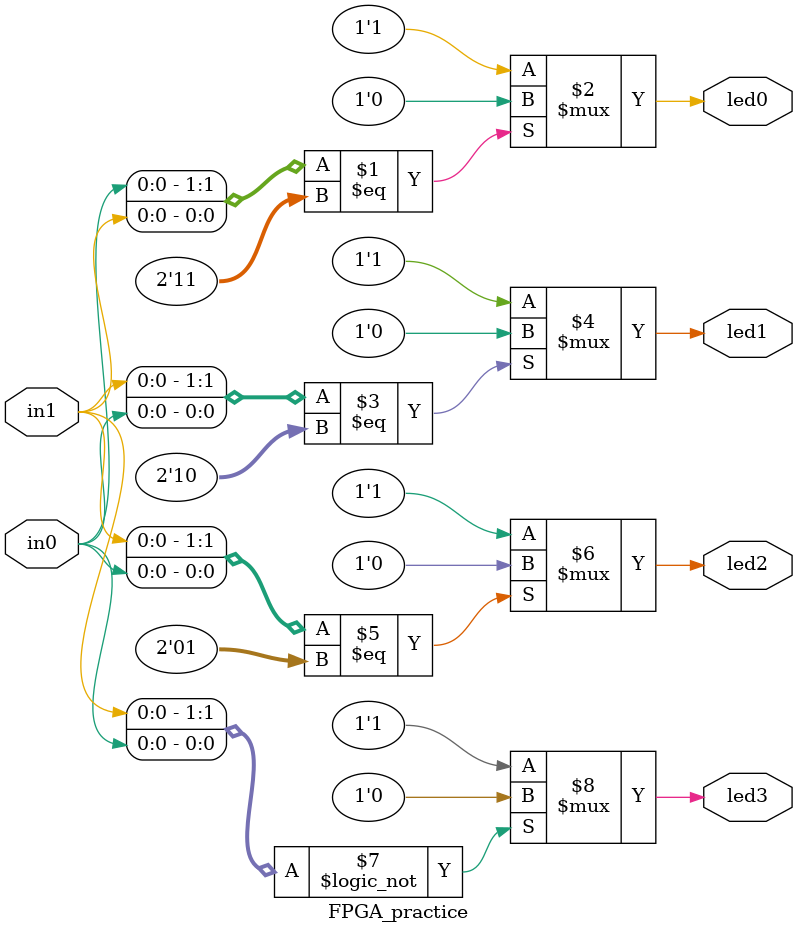
<source format=v>
module FPGA_practice(led0, led1, led2, led3, in0, in1);

    input in0, in1;
    output led0, led1, led2, led3;

    assign led0 = {in0, in1} == 2'b11 ? 1'b0 : 1'b1;
    assign led1 = {in1, in0} == 2'b10 ? 1'b0 : 1'b1;
    assign led2 = {in1, in0} == 2'b01 ? 1'b0 : 1'b1;
    assign led3 = {in1, in0} == 2'b00 ? 1'b0 : 1'b1;

endmodule

</source>
